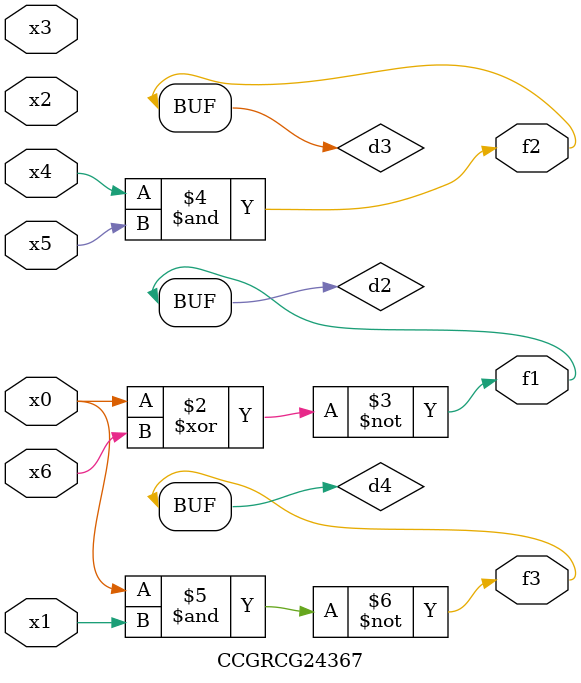
<source format=v>
module CCGRCG24367(
	input x0, x1, x2, x3, x4, x5, x6,
	output f1, f2, f3
);

	wire d1, d2, d3, d4;

	nor (d1, x0);
	xnor (d2, x0, x6);
	and (d3, x4, x5);
	nand (d4, x0, x1);
	assign f1 = d2;
	assign f2 = d3;
	assign f3 = d4;
endmodule

</source>
